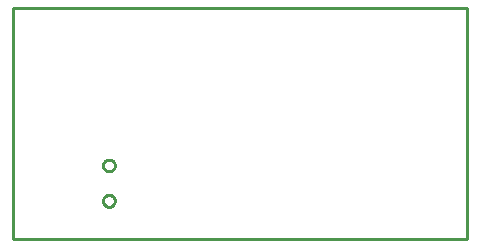
<source format=gbr>
G04 EAGLE Gerber RS-274X export*
G75*
%MOMM*%
%FSLAX34Y34*%
%LPD*%
%IN*%
%IPPOS*%
%AMOC8*
5,1,8,0,0,1.08239X$1,22.5*%
G01*
%ADD10C,0.254000*%


D10*
X7620Y29210D02*
X392430Y29210D01*
X392430Y224790D01*
X7620Y224790D01*
X7620Y29210D01*
X88619Y96200D02*
X88061Y96137D01*
X87514Y96012D01*
X86984Y95827D01*
X86478Y95583D01*
X86002Y95284D01*
X85563Y94934D01*
X85166Y94537D01*
X84816Y94098D01*
X84517Y93622D01*
X84273Y93116D01*
X84088Y92586D01*
X83963Y92039D01*
X83900Y91481D01*
X83900Y90919D01*
X83963Y90361D01*
X84088Y89814D01*
X84273Y89284D01*
X84517Y88778D01*
X84816Y88302D01*
X85166Y87863D01*
X85563Y87466D01*
X86002Y87116D01*
X86478Y86817D01*
X86984Y86573D01*
X87514Y86388D01*
X88061Y86263D01*
X88619Y86200D01*
X89181Y86200D01*
X89739Y86263D01*
X90286Y86388D01*
X90816Y86573D01*
X91322Y86817D01*
X91798Y87116D01*
X92237Y87466D01*
X92634Y87863D01*
X92984Y88302D01*
X93283Y88778D01*
X93527Y89284D01*
X93712Y89814D01*
X93837Y90361D01*
X93900Y90919D01*
X93900Y91481D01*
X93837Y92039D01*
X93712Y92586D01*
X93527Y93116D01*
X93283Y93622D01*
X92984Y94098D01*
X92634Y94537D01*
X92237Y94934D01*
X91798Y95284D01*
X91322Y95583D01*
X90816Y95827D01*
X90286Y96012D01*
X89739Y96137D01*
X89181Y96200D01*
X88619Y96200D01*
X88619Y66200D02*
X88061Y66137D01*
X87514Y66012D01*
X86984Y65827D01*
X86478Y65583D01*
X86002Y65284D01*
X85563Y64934D01*
X85166Y64537D01*
X84816Y64098D01*
X84517Y63622D01*
X84273Y63116D01*
X84088Y62586D01*
X83963Y62039D01*
X83900Y61481D01*
X83900Y60919D01*
X83963Y60361D01*
X84088Y59814D01*
X84273Y59284D01*
X84517Y58778D01*
X84816Y58302D01*
X85166Y57863D01*
X85563Y57466D01*
X86002Y57116D01*
X86478Y56817D01*
X86984Y56573D01*
X87514Y56388D01*
X88061Y56263D01*
X88619Y56200D01*
X89181Y56200D01*
X89739Y56263D01*
X90286Y56388D01*
X90816Y56573D01*
X91322Y56817D01*
X91798Y57116D01*
X92237Y57466D01*
X92634Y57863D01*
X92984Y58302D01*
X93283Y58778D01*
X93527Y59284D01*
X93712Y59814D01*
X93837Y60361D01*
X93900Y60919D01*
X93900Y61481D01*
X93837Y62039D01*
X93712Y62586D01*
X93527Y63116D01*
X93283Y63622D01*
X92984Y64098D01*
X92634Y64537D01*
X92237Y64934D01*
X91798Y65284D01*
X91322Y65583D01*
X90816Y65827D01*
X90286Y66012D01*
X89739Y66137D01*
X89181Y66200D01*
X88619Y66200D01*
M02*

</source>
